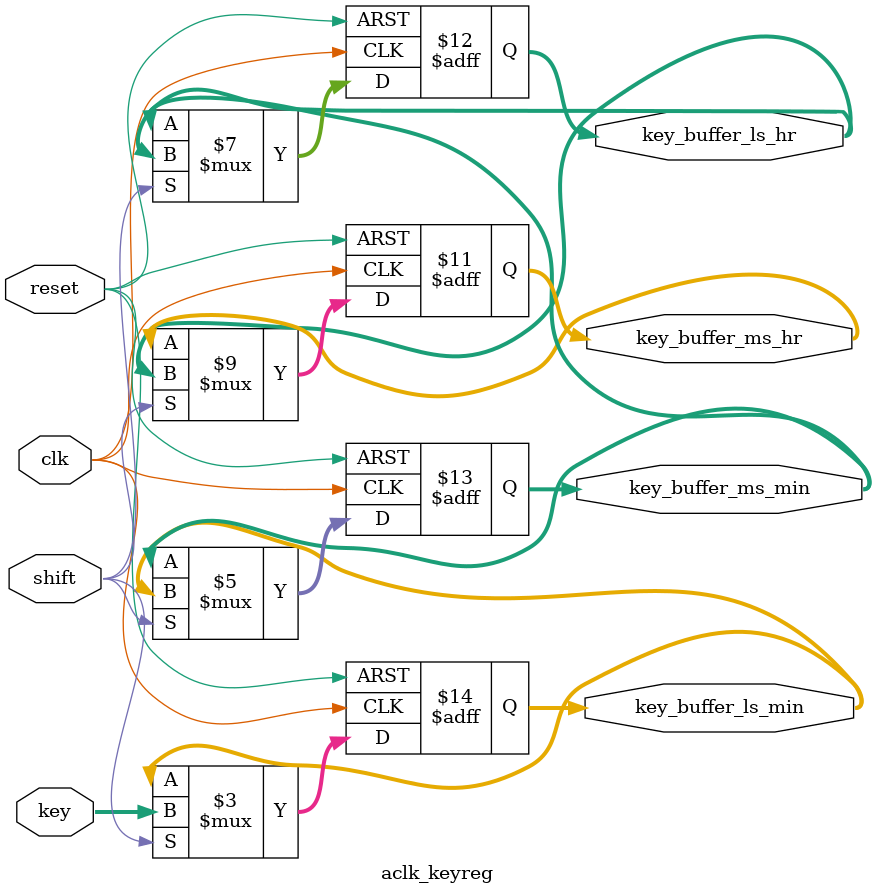
<source format=v>
module aclk_keyreg (clk,reset,key,shift,key_buffer_ms_hr,key_buffer_ls_hr,key_buffer_ms_min,key_buffer_ls_min);
input clk,reset,shift;
input [3:0] key;
output reg [3:0] key_buffer_ms_hr,key_buffer_ls_hr,key_buffer_ms_min,key_buffer_ls_min;
	always@(posedge clk or posedge reset)
	begin
		if (reset)
		begin
		  key_buffer_ms_hr <= 0;
		  key_buffer_ls_hr <= 0;
		  key_buffer_ms_min <= 0;
		  key_buffer_ls_min <= 0;
		end  
		else if (shift==1)
		begin
		  key_buffer_ms_hr <= key_buffer_ls_hr;
		  key_buffer_ls_hr <= key_buffer_ms_min;
		  key_buffer_ms_min <=key_buffer_ls_min;
		  key_buffer_ls_min <=key;
		 end
	end
endmodule
</source>
